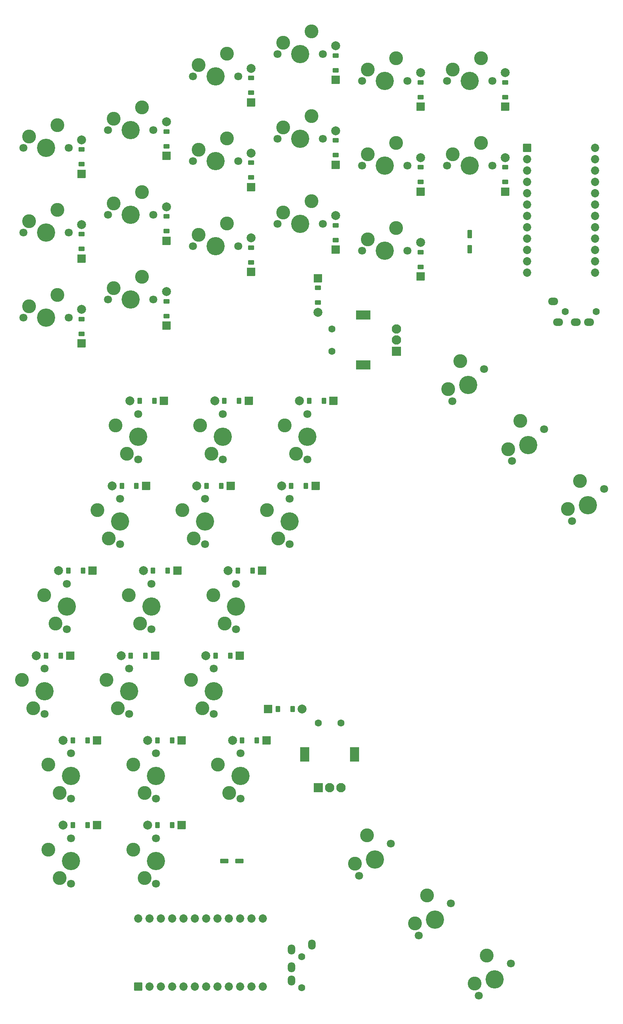
<source format=gbr>
%TF.GenerationSoftware,KiCad,Pcbnew,(6.0.7)*%
%TF.CreationDate,2022-08-26T13:32:48+02:00*%
%TF.ProjectId,lenz03_wired,6c656e7a-3033-45f7-9769-7265642e6b69,v1.0.0*%
%TF.SameCoordinates,Original*%
%TF.FileFunction,Soldermask,Top*%
%TF.FilePolarity,Negative*%
%FSLAX46Y46*%
G04 Gerber Fmt 4.6, Leading zero omitted, Abs format (unit mm)*
G04 Created by KiCad (PCBNEW (6.0.7)) date 2022-08-26 13:32:48*
%MOMM*%
%LPD*%
G01*
G04 APERTURE LIST*
G04 Aperture macros list*
%AMRoundRect*
0 Rectangle with rounded corners*
0 $1 Rounding radius*
0 $2 $3 $4 $5 $6 $7 $8 $9 X,Y pos of 4 corners*
0 Add a 4 corners polygon primitive as box body*
4,1,4,$2,$3,$4,$5,$6,$7,$8,$9,$2,$3,0*
0 Add four circle primitives for the rounded corners*
1,1,$1+$1,$2,$3*
1,1,$1+$1,$4,$5*
1,1,$1+$1,$6,$7*
1,1,$1+$1,$8,$9*
0 Add four rect primitives between the rounded corners*
20,1,$1+$1,$2,$3,$4,$5,0*
20,1,$1+$1,$4,$5,$6,$7,0*
20,1,$1+$1,$6,$7,$8,$9,0*
20,1,$1+$1,$8,$9,$2,$3,0*%
G04 Aperture macros list end*
%ADD10C,2.005000*%
%ADD11RoundRect,0.050000X0.450000X0.600000X-0.450000X0.600000X-0.450000X-0.600000X0.450000X-0.600000X0*%
%ADD12RoundRect,0.050000X0.889000X0.889000X-0.889000X0.889000X-0.889000X-0.889000X0.889000X-0.889000X0*%
%ADD13C,3.100000*%
%ADD14C,4.087800*%
%ADD15C,1.801800*%
%ADD16RoundRect,0.050000X0.600000X-0.450000X0.600000X0.450000X-0.600000X0.450000X-0.600000X-0.450000X0*%
%ADD17RoundRect,0.050000X0.889000X-0.889000X0.889000X0.889000X-0.889000X0.889000X-0.889000X-0.889000X0*%
%ADD18RoundRect,0.050000X-0.450000X-0.850000X0.450000X-0.850000X0.450000X0.850000X-0.450000X0.850000X0*%
%ADD19C,1.600000*%
%ADD20O,1.700000X2.300000*%
%ADD21RoundRect,0.050000X-0.876300X0.876300X-0.876300X-0.876300X0.876300X-0.876300X0.876300X0.876300X0*%
%ADD22C,1.852600*%
%ADD23RoundRect,0.050000X-0.600000X0.450000X-0.600000X-0.450000X0.600000X-0.450000X0.600000X0.450000X0*%
%ADD24RoundRect,0.050000X-0.889000X0.889000X-0.889000X-0.889000X0.889000X-0.889000X0.889000X0.889000X0*%
%ADD25RoundRect,0.050000X0.850000X-0.450000X0.850000X0.450000X-0.850000X0.450000X-0.850000X-0.450000X0*%
%ADD26RoundRect,0.050000X1.600000X1.000000X-1.600000X1.000000X-1.600000X-1.000000X1.600000X-1.000000X0*%
%ADD27RoundRect,0.050000X1.000000X1.000000X-1.000000X1.000000X-1.000000X-1.000000X1.000000X-1.000000X0*%
%ADD28C,2.100000*%
%ADD29O,2.300000X1.700000*%
%ADD30RoundRect,0.050000X-0.876300X-0.876300X0.876300X-0.876300X0.876300X0.876300X-0.876300X0.876300X0*%
%ADD31RoundRect,0.050000X1.000000X-1.600000X1.000000X1.600000X-1.000000X1.600000X-1.000000X-1.600000X0*%
%ADD32RoundRect,0.050000X1.000000X-1.000000X1.000000X1.000000X-1.000000X1.000000X-1.000000X-1.000000X0*%
%ADD33RoundRect,0.050000X-0.450000X-0.600000X0.450000X-0.600000X0.450000X0.600000X-0.450000X0.600000X0*%
%ADD34RoundRect,0.050000X-0.889000X-0.889000X0.889000X-0.889000X0.889000X0.889000X-0.889000X0.889000X0*%
G04 APERTURE END LIST*
D10*
%TO.C,D26*%
X44851000Y-138712000D03*
D11*
X50311000Y-138712000D03*
D12*
X52471000Y-138712000D03*
D11*
X47011000Y-138712000D03*
%TD*%
D13*
%TO.C,S26*%
X37121000Y-131522000D03*
D14*
X39661000Y-127712000D03*
D13*
X34581000Y-125172000D03*
D15*
X39661000Y-122632000D03*
X39661000Y-132792000D03*
%TD*%
D14*
%TO.C,S36*%
X47661000Y-203712000D03*
D13*
X45121000Y-207522000D03*
D15*
X47661000Y-198632000D03*
X47661000Y-208792000D03*
D13*
X42581000Y-201172000D03*
%TD*%
D10*
%TO.C,D1*%
X31010000Y-80227000D03*
D16*
X31010000Y-85687000D03*
X31010000Y-82387000D03*
D17*
X31010000Y-87847000D03*
%TD*%
D16*
%TO.C,D12*%
X88010000Y-26687000D03*
D10*
X88010000Y-21227000D03*
D16*
X88010000Y-23387000D03*
D17*
X88010000Y-28847000D03*
%TD*%
D13*
%TO.C,S19*%
X129334007Y-105205195D03*
D14*
X131130058Y-110593349D03*
D15*
X134722160Y-107001247D03*
X127537956Y-114185451D03*
D13*
X126639930Y-111491375D03*
%TD*%
D10*
%TO.C,D17*%
X126010000Y-27227000D03*
D16*
X126010000Y-32687000D03*
X126010000Y-29387000D03*
D17*
X126010000Y-34847000D03*
%TD*%
D14*
%TO.C,S37*%
X28661000Y-203712000D03*
D15*
X28661000Y-208792000D03*
X28661000Y-198632000D03*
D13*
X23581000Y-201172000D03*
X26121000Y-207522000D03*
%TD*%
D11*
%TO.C,D19*%
X85311000Y-100712000D03*
D10*
X79851000Y-100712000D03*
D11*
X82011000Y-100712000D03*
D12*
X87471000Y-100712000D03*
%TD*%
D13*
%TO.C,S35*%
X23581000Y-182172000D03*
D15*
X28661000Y-179632000D03*
D14*
X28661000Y-184712000D03*
D15*
X28661000Y-189792000D03*
D13*
X26121000Y-188522000D03*
%TD*%
D15*
%TO.C,S4*%
X36930000Y-78037000D03*
X47090000Y-78037000D03*
D13*
X44550000Y-72957000D03*
D14*
X42010000Y-78037000D03*
D13*
X38200000Y-75497000D03*
%TD*%
%TO.C,S27*%
X60581000Y-144172000D03*
D14*
X65661000Y-146712000D03*
D13*
X63121000Y-150522000D03*
D15*
X65661000Y-141632000D03*
X65661000Y-151792000D03*
%TD*%
%TO.C,S2*%
X28090000Y-63037000D03*
X17930000Y-63037000D03*
D13*
X25550000Y-57957000D03*
D14*
X23010000Y-63037000D03*
D13*
X19200000Y-60497000D03*
%TD*%
%TO.C,S5*%
X44550000Y-53957000D03*
D14*
X42010000Y-59037000D03*
D15*
X47090000Y-59037000D03*
D13*
X38200000Y-56497000D03*
D15*
X36930000Y-59037000D03*
%TD*%
D18*
%TO.C,*%
X118010000Y-63337000D03*
X118010000Y-66737000D03*
%TD*%
D15*
%TO.C,S31*%
X41661000Y-170792000D03*
D13*
X36581000Y-163172000D03*
D15*
X41661000Y-160632000D03*
D13*
X39121000Y-169522000D03*
D14*
X41661000Y-165712000D03*
%TD*%
%TO.C,S12*%
X80010000Y-23037000D03*
D15*
X85090000Y-23037000D03*
X74930000Y-23037000D03*
D13*
X76200000Y-20497000D03*
X82550000Y-17957000D03*
%TD*%
D11*
%TO.C,D32*%
X51311000Y-176712000D03*
D10*
X45851000Y-176712000D03*
D11*
X48011000Y-176712000D03*
D12*
X53471000Y-176712000D03*
%TD*%
D14*
%TO.C,S1*%
X23010000Y-82037000D03*
D13*
X25550000Y-76957000D03*
X19200000Y-79497000D03*
D15*
X17930000Y-82037000D03*
X28090000Y-82037000D03*
%TD*%
D14*
%TO.C,S24*%
X77661000Y-127712000D03*
D13*
X72581000Y-125172000D03*
D15*
X77661000Y-122632000D03*
X77661000Y-132792000D03*
D13*
X75121000Y-131522000D03*
%TD*%
D16*
%TO.C,D3*%
X31010000Y-47687000D03*
D10*
X31010000Y-42227000D03*
D17*
X31010000Y-49847000D03*
D16*
X31010000Y-44387000D03*
%TD*%
D13*
%TO.C,S8*%
X57200000Y-44497000D03*
X63550000Y-41957000D03*
D14*
X61010000Y-47037000D03*
D15*
X55930000Y-47037000D03*
X66090000Y-47037000D03*
%TD*%
%TO.C,S23*%
X43661000Y-103632000D03*
D13*
X41121000Y-112522000D03*
X38581000Y-106172000D03*
D15*
X43661000Y-113792000D03*
D14*
X43661000Y-108712000D03*
%TD*%
D15*
%TO.C,S14*%
X104090000Y-48037000D03*
D13*
X95200000Y-45497000D03*
D15*
X93930000Y-48037000D03*
D14*
X99010000Y-48037000D03*
D13*
X101550000Y-42957000D03*
%TD*%
D14*
%TO.C,S18*%
X117695029Y-97158320D03*
D15*
X121287131Y-93566218D03*
D13*
X113204901Y-98056346D03*
X115898978Y-91770166D03*
D15*
X114102927Y-100750422D03*
%TD*%
%TO.C,S11*%
X74930000Y-42037000D03*
D13*
X76200000Y-39497000D03*
X82550000Y-36957000D03*
D15*
X85090000Y-42037000D03*
D14*
X80010000Y-42037000D03*
%TD*%
D15*
%TO.C,S3*%
X17930000Y-44037000D03*
X28090000Y-44037000D03*
D13*
X25550000Y-38957000D03*
X19200000Y-41497000D03*
D14*
X23010000Y-44037000D03*
%TD*%
D15*
%TO.C,S6*%
X47090000Y-40037000D03*
D13*
X38200000Y-37497000D03*
X44550000Y-34957000D03*
D14*
X42010000Y-40037000D03*
D15*
X36930000Y-40037000D03*
%TD*%
D13*
%TO.C,S10*%
X76200000Y-58497000D03*
D14*
X80010000Y-61037000D03*
D15*
X74930000Y-61037000D03*
D13*
X82550000Y-55957000D03*
D15*
X85090000Y-61037000D03*
%TD*%
D10*
%TO.C,D10*%
X88010000Y-59227000D03*
D16*
X88010000Y-64687000D03*
D17*
X88010000Y-66847000D03*
D16*
X88010000Y-61387000D03*
%TD*%
D10*
%TO.C,D11*%
X88010000Y-40227000D03*
D16*
X88010000Y-45687000D03*
X88010000Y-42387000D03*
D17*
X88010000Y-47847000D03*
%TD*%
D19*
%TO.C,REF\u002A\u002A*%
X80361000Y-225112000D03*
X80361000Y-232112000D03*
D20*
X82661000Y-222412000D03*
X78061000Y-223512000D03*
X78061000Y-227512000D03*
X78061000Y-230512000D03*
%TD*%
D15*
%TO.C,S21*%
X81661000Y-113792000D03*
D13*
X76581000Y-106172000D03*
D14*
X81661000Y-108712000D03*
D13*
X79121000Y-112522000D03*
D15*
X81661000Y-103632000D03*
%TD*%
D21*
%TO.C,MCU1*%
X130890000Y-44067000D03*
D22*
X130890000Y-46607000D03*
X130890000Y-49147000D03*
X130890000Y-51687000D03*
X130890000Y-54227000D03*
X130890000Y-56767000D03*
X130890000Y-59307000D03*
X130890000Y-61847000D03*
X130890000Y-64387000D03*
X130890000Y-66927000D03*
X130890000Y-69467000D03*
X130890000Y-72007000D03*
X146130000Y-44067000D03*
X146130000Y-46607000D03*
X146130000Y-49147000D03*
X146130000Y-51687000D03*
X146130000Y-54227000D03*
X146130000Y-56767000D03*
X146130000Y-59307000D03*
X146130000Y-61847000D03*
X146130000Y-64387000D03*
X146130000Y-66927000D03*
X146130000Y-69467000D03*
X146130000Y-72007000D03*
%TD*%
D23*
%TO.C,D18*%
X84010000Y-75387000D03*
D10*
X84010000Y-80847000D03*
D23*
X84010000Y-78687000D03*
D24*
X84010000Y-73227000D03*
%TD*%
D10*
%TO.C,D15*%
X107010000Y-27227000D03*
D16*
X107010000Y-32687000D03*
X107010000Y-29387000D03*
D17*
X107010000Y-34847000D03*
%TD*%
D25*
%TO.C,*%
X62961000Y-203712000D03*
X66361000Y-203712000D03*
%TD*%
D15*
%TO.C,S40*%
X127244480Y-226674985D03*
D13*
X121856327Y-224878933D03*
D14*
X123652378Y-230267087D03*
D13*
X119162250Y-231165113D03*
D15*
X120060276Y-233859189D03*
%TD*%
D10*
%TO.C,D23*%
X56851000Y-119712000D03*
D11*
X62311000Y-119712000D03*
X59011000Y-119712000D03*
D12*
X64471000Y-119712000D03*
%TD*%
D10*
%TO.C,D16*%
X126010000Y-46227000D03*
D16*
X126010000Y-51687000D03*
X126010000Y-48387000D03*
D17*
X126010000Y-53847000D03*
%TD*%
D10*
%TO.C,D24*%
X37851000Y-119712000D03*
D11*
X43311000Y-119712000D03*
X40011000Y-119712000D03*
D12*
X45471000Y-119712000D03*
%TD*%
D11*
%TO.C,D22*%
X81311000Y-119712000D03*
D10*
X75851000Y-119712000D03*
D11*
X78011000Y-119712000D03*
D12*
X83471000Y-119712000D03*
%TD*%
D10*
%TO.C,D20*%
X60851000Y-100712000D03*
D11*
X66311000Y-100712000D03*
D12*
X68471000Y-100712000D03*
D11*
X63011000Y-100712000D03*
%TD*%
D26*
%TO.C,ROT1*%
X94130000Y-92677000D03*
X94130000Y-81477000D03*
D19*
X87130000Y-89577000D03*
X87130000Y-84577000D03*
D27*
X101630000Y-89577000D03*
D28*
X101630000Y-84577000D03*
X101630000Y-87077000D03*
%TD*%
D16*
%TO.C,D9*%
X69010000Y-31687000D03*
D10*
X69010000Y-26227000D03*
D17*
X69010000Y-33847000D03*
D16*
X69010000Y-28387000D03*
%TD*%
D13*
%TO.C,S29*%
X22581000Y-144172000D03*
D15*
X27661000Y-141632000D03*
D14*
X27661000Y-146712000D03*
D13*
X25121000Y-150522000D03*
D15*
X27661000Y-151792000D03*
%TD*%
D10*
%TO.C,D8*%
X69010000Y-45227000D03*
D16*
X69010000Y-50687000D03*
D17*
X69010000Y-52847000D03*
D16*
X69010000Y-47387000D03*
%TD*%
D11*
%TO.C,D25*%
X69311000Y-138712000D03*
D10*
X63851000Y-138712000D03*
D11*
X66011000Y-138712000D03*
D12*
X71471000Y-138712000D03*
%TD*%
D16*
%TO.C,D7*%
X69010000Y-69687000D03*
D10*
X69010000Y-64227000D03*
D16*
X69010000Y-66387000D03*
D17*
X69010000Y-71847000D03*
%TD*%
D15*
%TO.C,S15*%
X93930000Y-29037000D03*
D14*
X99010000Y-29037000D03*
D13*
X101550000Y-23957000D03*
X95200000Y-26497000D03*
D15*
X104090000Y-29037000D03*
%TD*%
D13*
%TO.C,S30*%
X58121000Y-169522000D03*
D15*
X60661000Y-170792000D03*
X60661000Y-160632000D03*
D13*
X55581000Y-163172000D03*
D14*
X60661000Y-165712000D03*
%TD*%
D15*
%TO.C,S20*%
X140972985Y-127620480D03*
X148157189Y-120436276D03*
D13*
X142769036Y-118640224D03*
D14*
X144565087Y-124028378D03*
D13*
X140074959Y-124926404D03*
%TD*%
D15*
%TO.C,S39*%
X113809451Y-213239956D03*
D14*
X110217349Y-216832058D03*
D15*
X106625247Y-220424160D03*
D13*
X108421298Y-211443904D03*
X105727221Y-217730084D03*
%TD*%
D10*
%TO.C,D27*%
X25851000Y-138712000D03*
D11*
X31311000Y-138712000D03*
X28011000Y-138712000D03*
D12*
X33471000Y-138712000D03*
%TD*%
D10*
%TO.C,D13*%
X107010000Y-65227000D03*
D16*
X107010000Y-70687000D03*
X107010000Y-67387000D03*
D17*
X107010000Y-72847000D03*
%TD*%
D15*
%TO.C,S7*%
X55930000Y-66037000D03*
D13*
X57200000Y-63497000D03*
X63550000Y-60957000D03*
D15*
X66090000Y-66037000D03*
D14*
X61010000Y-66037000D03*
%TD*%
D11*
%TO.C,D21*%
X47311000Y-100712000D03*
D10*
X41851000Y-100712000D03*
D11*
X44011000Y-100712000D03*
D12*
X49471000Y-100712000D03*
%TD*%
D16*
%TO.C,D5*%
X50010000Y-62687000D03*
D10*
X50010000Y-57227000D03*
D17*
X50010000Y-64847000D03*
D16*
X50010000Y-59387000D03*
%TD*%
D11*
%TO.C,D33*%
X32311000Y-176712000D03*
D10*
X26851000Y-176712000D03*
D12*
X34471000Y-176712000D03*
D11*
X29011000Y-176712000D03*
%TD*%
D10*
%TO.C,D30*%
X20851000Y-157712000D03*
D11*
X26311000Y-157712000D03*
D12*
X28471000Y-157712000D03*
D11*
X23011000Y-157712000D03*
%TD*%
D13*
%TO.C,S32*%
X17581000Y-163172000D03*
X20121000Y-169522000D03*
D15*
X22661000Y-170792000D03*
D14*
X22661000Y-165712000D03*
D15*
X22661000Y-160632000D03*
%TD*%
%TO.C,S38*%
X93190218Y-206989131D03*
D13*
X94986269Y-198008875D03*
D14*
X96782320Y-203397029D03*
D15*
X100374422Y-199804927D03*
D13*
X92292192Y-204295055D03*
%TD*%
D10*
%TO.C,D6*%
X50010000Y-38227000D03*
D16*
X50010000Y-43687000D03*
X50010000Y-40387000D03*
D17*
X50010000Y-45847000D03*
%TD*%
D16*
%TO.C,D14*%
X107010000Y-51687000D03*
D10*
X107010000Y-46227000D03*
D16*
X107010000Y-48387000D03*
D17*
X107010000Y-53847000D03*
%TD*%
D15*
%TO.C,S16*%
X112930000Y-48037000D03*
X123090000Y-48037000D03*
D13*
X114200000Y-45497000D03*
D14*
X118010000Y-48037000D03*
D13*
X120550000Y-42957000D03*
%TD*%
D14*
%TO.C,S28*%
X46661000Y-146712000D03*
D13*
X41581000Y-144172000D03*
D15*
X46661000Y-151792000D03*
X46661000Y-141632000D03*
D13*
X44121000Y-150522000D03*
%TD*%
D19*
%TO.C,REF\u002A\u002A*%
X146410000Y-80737000D03*
X139410000Y-80737000D03*
D29*
X136710000Y-78437000D03*
X137810000Y-83037000D03*
X141810000Y-83037000D03*
X144810000Y-83037000D03*
%TD*%
D11*
%TO.C,D35*%
X32311000Y-195712000D03*
D10*
X26851000Y-195712000D03*
D11*
X29011000Y-195712000D03*
D12*
X34471000Y-195712000D03*
%TD*%
D10*
%TO.C,D28*%
X58851000Y-157712000D03*
D11*
X64311000Y-157712000D03*
X61011000Y-157712000D03*
D12*
X66471000Y-157712000D03*
%TD*%
D13*
%TO.C,S13*%
X95200000Y-64497000D03*
D15*
X93930000Y-67037000D03*
D13*
X101550000Y-61957000D03*
D15*
X104090000Y-67037000D03*
D14*
X99010000Y-67037000D03*
%TD*%
D30*
%TO.C,MCU2*%
X43691000Y-231832000D03*
D22*
X46231000Y-231832000D03*
X48771000Y-231832000D03*
X51311000Y-231832000D03*
X53851000Y-231832000D03*
X56391000Y-231832000D03*
X58931000Y-231832000D03*
X61471000Y-231832000D03*
X64011000Y-231832000D03*
X66551000Y-231832000D03*
X69091000Y-231832000D03*
X71631000Y-231832000D03*
X43691000Y-216592000D03*
X46231000Y-216592000D03*
X48771000Y-216592000D03*
X51311000Y-216592000D03*
X53851000Y-216592000D03*
X56391000Y-216592000D03*
X58931000Y-216592000D03*
X61471000Y-216592000D03*
X64011000Y-216592000D03*
X66551000Y-216592000D03*
X69091000Y-216592000D03*
X71631000Y-216592000D03*
%TD*%
D13*
%TO.C,S9*%
X57200000Y-25497000D03*
X63550000Y-22957000D03*
D15*
X66090000Y-28037000D03*
X55930000Y-28037000D03*
D14*
X61010000Y-28037000D03*
%TD*%
D13*
%TO.C,S25*%
X53581000Y-125172000D03*
D15*
X58661000Y-132792000D03*
X58661000Y-122632000D03*
D14*
X58661000Y-127712000D03*
D13*
X56121000Y-131522000D03*
%TD*%
D10*
%TO.C,D31*%
X64851000Y-176712000D03*
D11*
X70311000Y-176712000D03*
X67011000Y-176712000D03*
D12*
X72471000Y-176712000D03*
%TD*%
D16*
%TO.C,D4*%
X50010000Y-81687000D03*
D10*
X50010000Y-76227000D03*
D16*
X50010000Y-78387000D03*
D17*
X50010000Y-83847000D03*
%TD*%
D31*
%TO.C,ROT2*%
X81021000Y-179832000D03*
X92221000Y-179832000D03*
D19*
X84121000Y-172832000D03*
X89121000Y-172832000D03*
D32*
X84121000Y-187332000D03*
D28*
X89121000Y-187332000D03*
X86621000Y-187332000D03*
%TD*%
D10*
%TO.C,D34*%
X45851000Y-195712000D03*
D11*
X51311000Y-195712000D03*
X48011000Y-195712000D03*
D12*
X53471000Y-195712000D03*
%TD*%
D15*
%TO.C,S33*%
X66661000Y-189792000D03*
D13*
X61581000Y-182172000D03*
X64121000Y-188522000D03*
D15*
X66661000Y-179632000D03*
D14*
X66661000Y-184712000D03*
%TD*%
D15*
%TO.C,S22*%
X62661000Y-103632000D03*
D13*
X57581000Y-106172000D03*
D15*
X62661000Y-113792000D03*
D14*
X62661000Y-108712000D03*
D13*
X60121000Y-112522000D03*
%TD*%
D10*
%TO.C,D29*%
X39851000Y-157712000D03*
D11*
X45311000Y-157712000D03*
X42011000Y-157712000D03*
D12*
X47471000Y-157712000D03*
%TD*%
D13*
%TO.C,S17*%
X114200000Y-26497000D03*
D15*
X123090000Y-29037000D03*
D14*
X118010000Y-29037000D03*
D13*
X120550000Y-23957000D03*
D15*
X112930000Y-29037000D03*
%TD*%
D10*
%TO.C,D36*%
X80471000Y-169712000D03*
D33*
X75011000Y-169712000D03*
X78311000Y-169712000D03*
D34*
X72851000Y-169712000D03*
%TD*%
D10*
%TO.C,D2*%
X31010000Y-61227000D03*
D16*
X31010000Y-66687000D03*
X31010000Y-63387000D03*
D17*
X31010000Y-68847000D03*
%TD*%
D13*
%TO.C,S34*%
X42581000Y-182172000D03*
X45121000Y-188522000D03*
D14*
X47661000Y-184712000D03*
D15*
X47661000Y-189792000D03*
X47661000Y-179632000D03*
%TD*%
M02*

</source>
